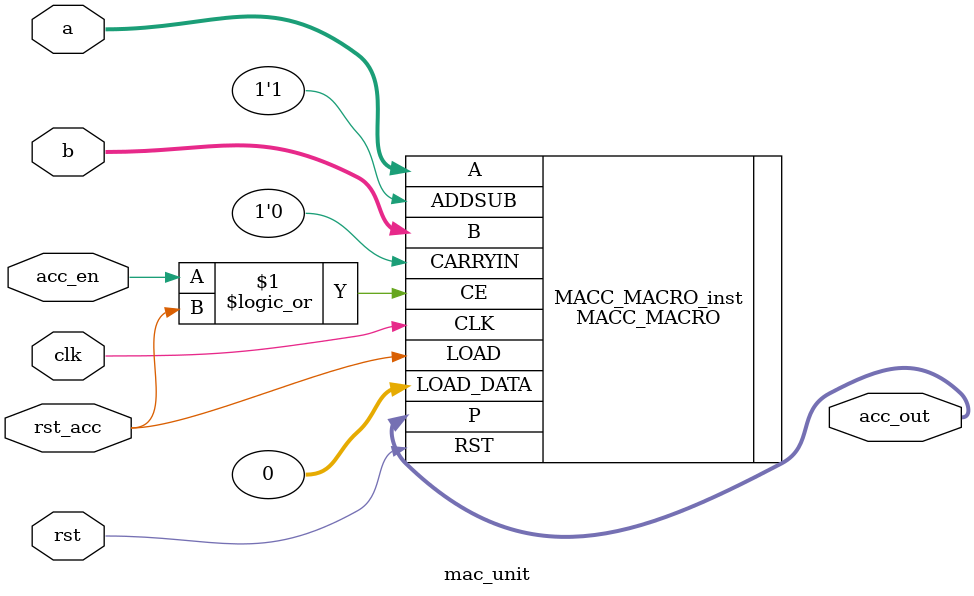
<source format=v>
`timescale 1ns / 1ps


module mac_unit #(
    parameter DATA_WIDTH = 16
)(
    input clk,
    input rst,
    input rst_acc,
    input acc_en,
    input signed [DATA_WIDTH-1:0] a,
    input signed [DATA_WIDTH-1:0] b,
    output signed [2*DATA_WIDTH-1:0] acc_out
);

//wire signed [2*DATA_WIDTH - 1 : 0] mult;
//assign mult = a * b;

//always @(posedge clk or posedge rst) begin
//    if (rst)
//        acc_out <= 0;
//    else if(rst_acc)
//        acc_out <= mult;
//    else if(acc_en)        
//        acc_out <= mult + acc_in;
//    else
//        acc_out <= acc_in;
//end
//reg signed [DATA_WIDTH - 1 :0] a_q, b_q;
//always @(posedge clk or posedge rst) begin
//    if (rst) begin
//        a_q <= 0;
//        b_q <= 0;
//    end else begin
//        a_q <= a;
//        b_q <= b;
//    end
//end

MACC_MACRO #(
          .DEVICE("7SERIES"), // Target Device: "7SERIES" 
          .LATENCY(1),        // Desired clock cycle latency, 1-4
          .WIDTH_A(DATA_WIDTH),       // Multiplier A-input bus width, 1-25
          .WIDTH_B(DATA_WIDTH),       // Multiplier B-input bus width, 1-18
          .WIDTH_P(2 * DATA_WIDTH)        // Accumulator output bus width, 1-48
       ) MACC_MACRO_inst (
          .P(acc_out),     // MACC output bus, width determined by WIDTH_P parameter
          .A(a),     // MACC input A bus, width determined by WIDTH_A parameter
          .ADDSUB(1'b1), // 1-bit add/sub input, high selects add, low selects subtract
          .B(b),     // MACC input B bus, width determined by WIDTH_B parameter
          .CARRYIN(1'b0), // 1-bit carry-in input to accumulator
          .CE(acc_en || rst_acc),     // 1-bit active high input clock enable
          .CLK(clk),   // 1-bit positive edge clock input
          .LOAD(rst_acc), // 1-bit active high input load accumulator enable
          .LOAD_DATA({2*DATA_WIDTH{1'b0}}), // Load accumulator input data, width determined by WIDTH_P parameter
          .RST(rst)    // 1-bit input active high reset
       );

endmodule

</source>
